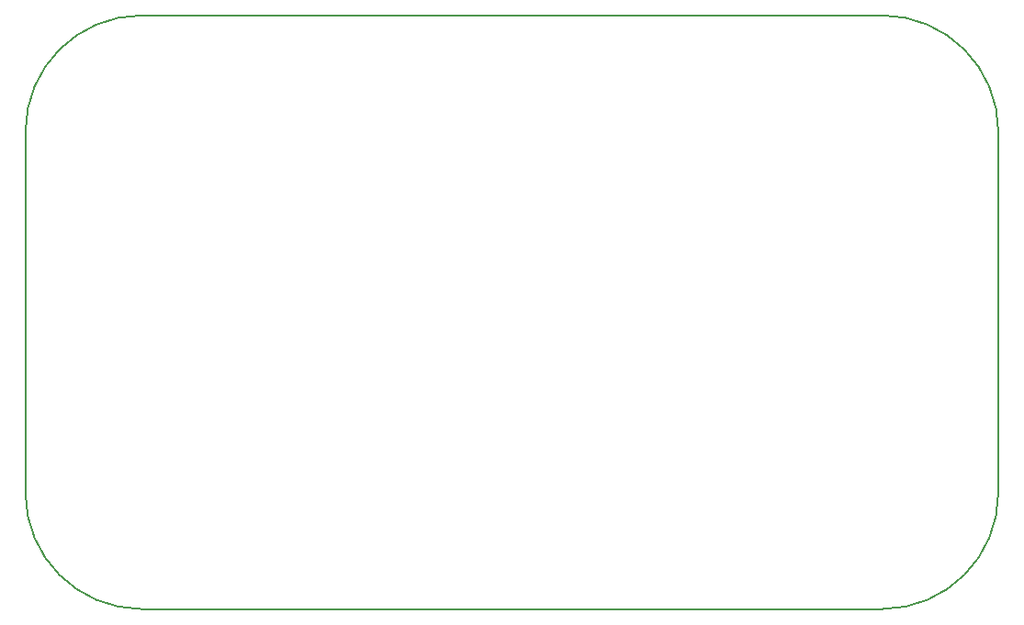
<source format=gbr>
%TF.GenerationSoftware,KiCad,Pcbnew,(5.1.8)-1*%
%TF.CreationDate,2021-03-14T21:45:14-06:00*%
%TF.ProjectId,Audio Card,41756469-6f20-4436-9172-642e6b696361,rev?*%
%TF.SameCoordinates,Original*%
%TF.FileFunction,Profile,NP*%
%FSLAX46Y46*%
G04 Gerber Fmt 4.6, Leading zero omitted, Abs format (unit mm)*
G04 Created by KiCad (PCBNEW (5.1.8)-1) date 2021-03-14 21:45:14*
%MOMM*%
%LPD*%
G01*
G04 APERTURE LIST*
%TA.AperFunction,Profile*%
%ADD10C,0.200000*%
%TD*%
G04 APERTURE END LIST*
D10*
X244773500Y-87693499D02*
G75*
G02*
X234061000Y-98405999I-10712500J0D01*
G01*
X165798500Y-98405998D02*
G75*
G02*
X155086001Y-87693499I0J10712499D01*
G01*
X234061000Y-43643499D02*
X165798500Y-43643499D01*
X244773500Y-87693499D02*
X244773500Y-54356000D01*
X165798500Y-98405999D02*
X234061000Y-98405999D01*
X155085999Y-54356000D02*
G75*
G02*
X165798500Y-43643499I10712501J0D01*
G01*
X155086000Y-54355999D02*
X155086001Y-87693499D01*
X234061000Y-43643500D02*
G75*
G02*
X244773500Y-54356000I0J-10712500D01*
G01*
M02*

</source>
